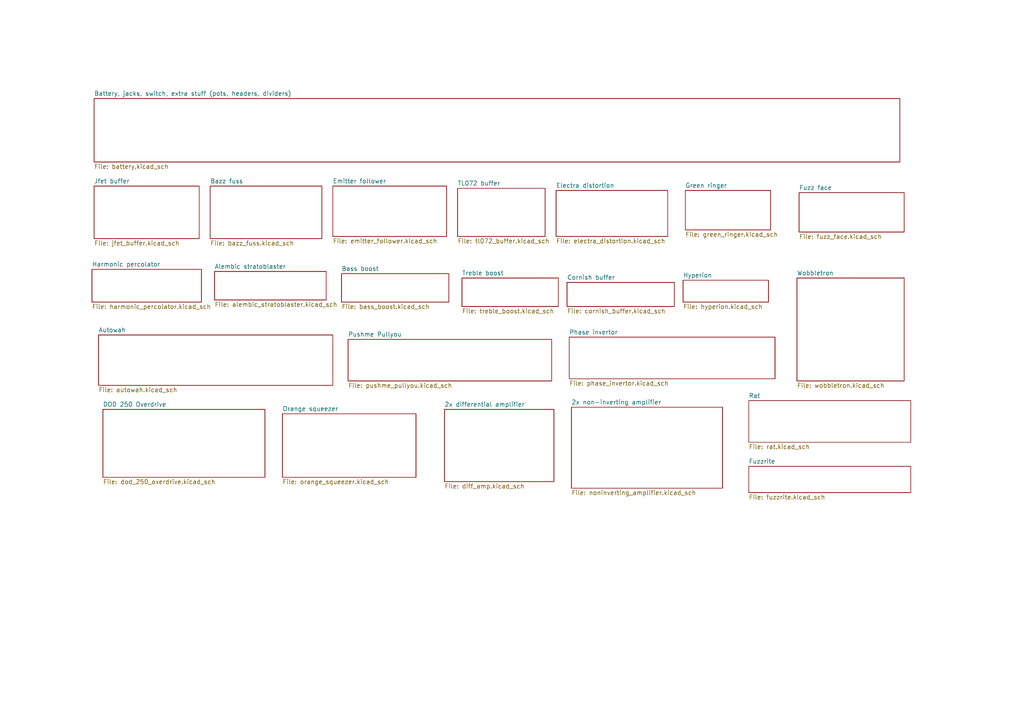
<source format=kicad_sch>
(kicad_sch (version 20211123) (generator eeschema)
  (paper "A4")
  (title_block (title "Ultimate soldering exercise") (date "2024-04-26") (rev "1") (company "https://github.com/dvhx/ultimate-soldering-exercise"))
  (lib_symbols)
  (sheet (at 27.305 28.575) (size 233.68 18.415) (stroke (width 0.1524))
    (property "Sheet name" "Battery, jacks, switch, extra stuff (pots, headers, dividers)" (at 27.305 27.8634 0) (effects (justify left bottom)))
    (property "Sheet file" "battery.kicad_sch" (at 27.305 47.5746 0) (effects (justify left top)))
  )
  (sheet (at 100.965 98.425) (size 59.055 12.065) (stroke (width 0.1524))
    (property "Sheet name" "Pushme Pullyou" (at 100.965 97.7134 0) (effects (justify left bottom)))
    (property "Sheet file" "pushme_pullyou.kicad_sch" (at 100.965 111.0746 0) (effects (justify left top)))
  )
  (sheet (at 96.52 53.975) (size 33.02 14.605) (stroke (width 0.1524))
    (property "Sheet name" "Emitter follower" (at 96.52 53.2634 0) (effects (justify left bottom)))
    (property "Sheet file" "emitter_follower.kicad_sch" (at 96.52 69.1646 0) (effects (justify left top)))
  )
  (sheet (at 231.14 80.645) (size 31.115 29.845) (stroke (width 0.1524))
    (property "Sheet name" "Wobbletron" (at 231.14 79.9334 0) (effects (justify left bottom)))
    (property "Sheet file" "wobbletron.kicad_sch" (at 231.14 111.0746 0) (effects (justify left top)))
  )
  (sheet (at 164.465 81.915) (size 31.115 6.985) (stroke (width 0.1524))
    (property "Sheet name" "Cornish buffer" (at 164.465 81.2034 0) (effects (justify left bottom)))
    (property "Sheet file" "cornish_buffer.kicad_sch" (at 164.465 89.4846 0) (effects (justify left top)))
  )
  (sheet (at 165.735 118.11) (size 43.815 23.495) (stroke (width 0.1524))
    (property "Sheet name" "2x non-inverting amplifier" (at 165.735 117.3984 0) (effects (justify left bottom)))
    (property "Sheet file" "noninverting_amplifier.kicad_sch" (at 165.735 142.1896 0) (effects (justify left top)))
  )
  (sheet (at 27.305 53.975) (size 30.48 15.24) (stroke (width 0.1524))
    (property "Sheet name" "Jfet buffer" (at 27.305 53.2634 0) (effects (justify left bottom)))
    (property "Sheet file" "jfet_buffer.kicad_sch" (at 27.305 69.7996 0) (effects (justify left top)))
  )
  (sheet (at 217.17 135.255) (size 46.99 7.62) (stroke (width 0.1524))
    (property "Sheet name" "Fuzzrite" (at 217.17 134.5434 0) (effects (justify left bottom)))
    (property "Sheet file" "fuzzrite.kicad_sch" (at 217.17 143.4596 0) (effects (justify left top)))
  )
  (sheet (at 81.915 120.015) (size 38.735 18.415) (stroke (width 0.1524))
    (property "Sheet name" "Orange squeezer" (at 81.915 119.3034 0) (effects (justify left bottom)))
    (property "Sheet file" "orange_squeezer.kicad_sch" (at 81.915 139.0146 0) (effects (justify left top)))
  )
  (sheet (at 62.23 78.74) (size 32.385 8.255) (stroke (width 0.1524))
    (property "Sheet name" "Alembic stratoblaster" (at 62.23 78.0284 0) (effects (justify left bottom)))
    (property "Sheet file" "alembic_stratoblaster.kicad_sch" (at 62.23 87.5796 0) (effects (justify left top)))
  )
  (sheet (at 217.17 116.205) (size 46.99 12.065) (stroke (width 0.1524))
    (property "Sheet name" "Rat" (at 217.17 115.4934 0) (effects (justify left bottom)))
    (property "Sheet file" "rat.kicad_sch" (at 217.17 128.8546 0) (effects (justify left top)))
  )
  (sheet (at 128.905 118.745) (size 31.75 20.955) (stroke (width 0.1524))
    (property "Sheet name" "2x differential amplifier" (at 128.905 118.0334 0) (effects (justify left bottom)))
    (property "Sheet file" "diff_amp.kicad_sch" (at 128.905 140.2846 0) (effects (justify left top)))
  )
  (sheet (at 132.715 54.61) (size 25.4 13.97) (stroke (width 0.1524))
    (property "Sheet name" "TL072 buffer" (at 132.715 53.8984 0) (effects (justify left bottom)))
    (property "Sheet file" "tl072_buffer.kicad_sch" (at 132.715 69.1646 0) (effects (justify left top)))
  )
  (sheet (at 99.06 79.375) (size 31.115 8.255) (stroke (width 0.1524))
    (property "Sheet name" "Bass boost" (at 99.06 78.6634 0) (effects (justify left bottom)))
    (property "Sheet file" "bass_boost.kicad_sch" (at 99.06 88.2146 0) (effects (justify left top)))
  )
  (sheet (at 26.67 78.105) (size 31.75 9.525) (stroke (width 0.1524))
    (property "Sheet name" "Harmonic percolator" (at 26.67 77.3934 0) (effects (justify left bottom)))
    (property "Sheet file" "harmonic_percolator.kicad_sch" (at 26.67 88.2146 0) (effects (justify left top)))
  )
  (sheet (at 133.985 80.645) (size 27.94 8.255) (stroke (width 0.1524))
    (property "Sheet name" "Treble boost" (at 133.985 79.9334 0) (effects (justify left bottom)))
    (property "Sheet file" "treble_boost.kicad_sch" (at 133.985 89.4846 0) (effects (justify left top)))
  )
  (sheet (at 231.775 55.88) (size 30.48 11.43) (stroke (width 0.1524))
    (property "Sheet name" "Fuzz face" (at 231.775 55.1684 0) (effects (justify left bottom)))
    (property "Sheet file" "fuzz_face.kicad_sch" (at 231.775 67.8946 0) (effects (justify left top)))
  )
  (sheet (at 161.29 55.245) (size 32.385 13.335) (stroke (width 0.1524))
    (property "Sheet name" "Electra distortion" (at 161.29 54.5334 0) (effects (justify left bottom)))
    (property "Sheet file" "electra_distortion.kicad_sch" (at 161.29 69.1646 0) (effects (justify left top)))
  )
  (sheet (at 28.575 97.155) (size 67.945 14.605) (stroke (width 0.1524))
    (property "Sheet name" "Autowah" (at 28.575 96.4434 0) (effects (justify left bottom)))
    (property "Sheet file" "autowah.kicad_sch" (at 28.575 112.3446 0) (effects (justify left top)))
  )
  (sheet (at 198.755 55.245) (size 24.765 11.43) (stroke (width 0.1524))
    (property "Sheet name" "Green ringer" (at 198.755 54.5334 0) (effects (justify left bottom)))
    (property "Sheet file" "green_ringer.kicad_sch" (at 198.755 67.2596 0) (effects (justify left top)))
  )
  (sheet (at 29.845 118.745) (size 46.99 19.685) (stroke (width 0.1524))
    (property "Sheet name" "DOD 250 Overdrive" (at 29.845 118.0334 0) (effects (justify left bottom)))
    (property "Sheet file" "dod_250_overdrive.kicad_sch" (at 29.845 139.0146 0) (effects (justify left top)))
  )
  (sheet (at 198.12 81.28) (size 24.765 6.35) (stroke (width 0.1524))
    (property "Sheet name" "Hyperion" (at 198.12 80.5684 0) (effects (justify left bottom)))
    (property "Sheet file" "hyperion.kicad_sch" (at 198.12 88.2146 0) (effects (justify left top)))
  )
  (sheet (at 60.96 53.975) (size 32.385 15.24) (stroke (width 0.1524))
    (property "Sheet name" "Bazz fuss" (at 60.96 53.2634 0) (effects (justify left bottom)))
    (property "Sheet file" "bazz_fuss.kicad_sch" (at 60.96 69.7996 0) (effects (justify left top)))
  )
  (sheet (at 165.1 97.79) (size 59.69 12.065) (stroke (width 0.1524))
    (property "Sheet name" "Phase invertor" (at 165.1 97.0784 0) (effects (justify left bottom)))
    (property "Sheet file" "phase_invertor.kicad_sch" (at 165.1 110.4396 0) (effects (justify left top)))
  )
)
</source>
